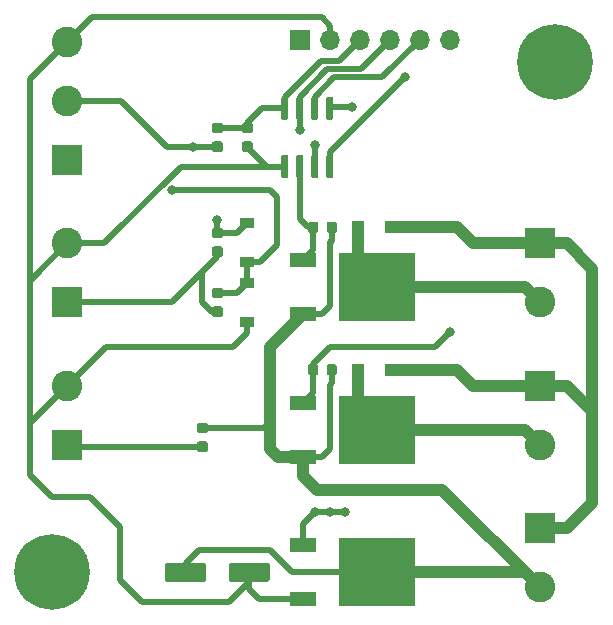
<source format=gbr>
G04 #@! TF.GenerationSoftware,KiCad,Pcbnew,(5.1.5)-3*
G04 #@! TF.CreationDate,2020-06-25T10:52:06+02:00*
G04 #@! TF.ProjectId,VacTool,56616354-6f6f-46c2-9e6b-696361645f70,v0.0*
G04 #@! TF.SameCoordinates,Original*
G04 #@! TF.FileFunction,Copper,L1,Top*
G04 #@! TF.FilePolarity,Positive*
%FSLAX46Y46*%
G04 Gerber Fmt 4.6, Leading zero omitted, Abs format (unit mm)*
G04 Created by KiCad (PCBNEW (5.1.5)-3) date 2020-06-25 10:52:06*
%MOMM*%
%LPD*%
G04 APERTURE LIST*
%ADD10C,2.600000*%
%ADD11R,2.600000X2.600000*%
%ADD12C,0.800000*%
%ADD13C,6.400000*%
%ADD14C,0.100000*%
%ADD15R,6.400000X5.800000*%
%ADD16R,2.200000X1.200000*%
%ADD17O,1.700000X1.700000*%
%ADD18R,1.700000X1.700000*%
%ADD19R,1.100000X1.100000*%
%ADD20R,1.200000X0.900000*%
%ADD21C,1.000000*%
%ADD22C,0.500000*%
G04 APERTURE END LIST*
D10*
X129540000Y-74455000D03*
X129540000Y-79455000D03*
D11*
X129540000Y-84455000D03*
D10*
X169545000Y-108585000D03*
D11*
X169545000Y-103585000D03*
D10*
X129540000Y-91520000D03*
D11*
X129540000Y-96520000D03*
D10*
X129540000Y-103585000D03*
D11*
X129540000Y-108585000D03*
D10*
X169545000Y-96520000D03*
D11*
X169545000Y-91520000D03*
D10*
X169545000Y-120650000D03*
D11*
X169545000Y-115650000D03*
D12*
X172512056Y-74502944D03*
X170815000Y-73800000D03*
X169117944Y-74502944D03*
X168415000Y-76200000D03*
X169117944Y-77897056D03*
X170815000Y-78600000D03*
X172512056Y-77897056D03*
X173215000Y-76200000D03*
D13*
X170815000Y-76200000D03*
D12*
X129967056Y-117682944D03*
X128270000Y-116980000D03*
X126572944Y-117682944D03*
X125870000Y-119380000D03*
X126572944Y-121077056D03*
X128270000Y-121780000D03*
X129967056Y-121077056D03*
X130670000Y-119380000D03*
D13*
X128270000Y-119380000D03*
G04 #@! TA.AperFunction,SMDPad,CuDef*
D14*
G36*
X148119703Y-79100722D02*
G01*
X148134264Y-79102882D01*
X148148543Y-79106459D01*
X148162403Y-79111418D01*
X148175710Y-79117712D01*
X148188336Y-79125280D01*
X148200159Y-79134048D01*
X148211066Y-79143934D01*
X148220952Y-79154841D01*
X148229720Y-79166664D01*
X148237288Y-79179290D01*
X148243582Y-79192597D01*
X148248541Y-79206457D01*
X148252118Y-79220736D01*
X148254278Y-79235297D01*
X148255000Y-79250000D01*
X148255000Y-80900000D01*
X148254278Y-80914703D01*
X148252118Y-80929264D01*
X148248541Y-80943543D01*
X148243582Y-80957403D01*
X148237288Y-80970710D01*
X148229720Y-80983336D01*
X148220952Y-80995159D01*
X148211066Y-81006066D01*
X148200159Y-81015952D01*
X148188336Y-81024720D01*
X148175710Y-81032288D01*
X148162403Y-81038582D01*
X148148543Y-81043541D01*
X148134264Y-81047118D01*
X148119703Y-81049278D01*
X148105000Y-81050000D01*
X147805000Y-81050000D01*
X147790297Y-81049278D01*
X147775736Y-81047118D01*
X147761457Y-81043541D01*
X147747597Y-81038582D01*
X147734290Y-81032288D01*
X147721664Y-81024720D01*
X147709841Y-81015952D01*
X147698934Y-81006066D01*
X147689048Y-80995159D01*
X147680280Y-80983336D01*
X147672712Y-80970710D01*
X147666418Y-80957403D01*
X147661459Y-80943543D01*
X147657882Y-80929264D01*
X147655722Y-80914703D01*
X147655000Y-80900000D01*
X147655000Y-79250000D01*
X147655722Y-79235297D01*
X147657882Y-79220736D01*
X147661459Y-79206457D01*
X147666418Y-79192597D01*
X147672712Y-79179290D01*
X147680280Y-79166664D01*
X147689048Y-79154841D01*
X147698934Y-79143934D01*
X147709841Y-79134048D01*
X147721664Y-79125280D01*
X147734290Y-79117712D01*
X147747597Y-79111418D01*
X147761457Y-79106459D01*
X147775736Y-79102882D01*
X147790297Y-79100722D01*
X147805000Y-79100000D01*
X148105000Y-79100000D01*
X148119703Y-79100722D01*
G37*
G04 #@! TD.AperFunction*
G04 #@! TA.AperFunction,SMDPad,CuDef*
G36*
X149389703Y-79100722D02*
G01*
X149404264Y-79102882D01*
X149418543Y-79106459D01*
X149432403Y-79111418D01*
X149445710Y-79117712D01*
X149458336Y-79125280D01*
X149470159Y-79134048D01*
X149481066Y-79143934D01*
X149490952Y-79154841D01*
X149499720Y-79166664D01*
X149507288Y-79179290D01*
X149513582Y-79192597D01*
X149518541Y-79206457D01*
X149522118Y-79220736D01*
X149524278Y-79235297D01*
X149525000Y-79250000D01*
X149525000Y-80900000D01*
X149524278Y-80914703D01*
X149522118Y-80929264D01*
X149518541Y-80943543D01*
X149513582Y-80957403D01*
X149507288Y-80970710D01*
X149499720Y-80983336D01*
X149490952Y-80995159D01*
X149481066Y-81006066D01*
X149470159Y-81015952D01*
X149458336Y-81024720D01*
X149445710Y-81032288D01*
X149432403Y-81038582D01*
X149418543Y-81043541D01*
X149404264Y-81047118D01*
X149389703Y-81049278D01*
X149375000Y-81050000D01*
X149075000Y-81050000D01*
X149060297Y-81049278D01*
X149045736Y-81047118D01*
X149031457Y-81043541D01*
X149017597Y-81038582D01*
X149004290Y-81032288D01*
X148991664Y-81024720D01*
X148979841Y-81015952D01*
X148968934Y-81006066D01*
X148959048Y-80995159D01*
X148950280Y-80983336D01*
X148942712Y-80970710D01*
X148936418Y-80957403D01*
X148931459Y-80943543D01*
X148927882Y-80929264D01*
X148925722Y-80914703D01*
X148925000Y-80900000D01*
X148925000Y-79250000D01*
X148925722Y-79235297D01*
X148927882Y-79220736D01*
X148931459Y-79206457D01*
X148936418Y-79192597D01*
X148942712Y-79179290D01*
X148950280Y-79166664D01*
X148959048Y-79154841D01*
X148968934Y-79143934D01*
X148979841Y-79134048D01*
X148991664Y-79125280D01*
X149004290Y-79117712D01*
X149017597Y-79111418D01*
X149031457Y-79106459D01*
X149045736Y-79102882D01*
X149060297Y-79100722D01*
X149075000Y-79100000D01*
X149375000Y-79100000D01*
X149389703Y-79100722D01*
G37*
G04 #@! TD.AperFunction*
G04 #@! TA.AperFunction,SMDPad,CuDef*
G36*
X150659703Y-79100722D02*
G01*
X150674264Y-79102882D01*
X150688543Y-79106459D01*
X150702403Y-79111418D01*
X150715710Y-79117712D01*
X150728336Y-79125280D01*
X150740159Y-79134048D01*
X150751066Y-79143934D01*
X150760952Y-79154841D01*
X150769720Y-79166664D01*
X150777288Y-79179290D01*
X150783582Y-79192597D01*
X150788541Y-79206457D01*
X150792118Y-79220736D01*
X150794278Y-79235297D01*
X150795000Y-79250000D01*
X150795000Y-80900000D01*
X150794278Y-80914703D01*
X150792118Y-80929264D01*
X150788541Y-80943543D01*
X150783582Y-80957403D01*
X150777288Y-80970710D01*
X150769720Y-80983336D01*
X150760952Y-80995159D01*
X150751066Y-81006066D01*
X150740159Y-81015952D01*
X150728336Y-81024720D01*
X150715710Y-81032288D01*
X150702403Y-81038582D01*
X150688543Y-81043541D01*
X150674264Y-81047118D01*
X150659703Y-81049278D01*
X150645000Y-81050000D01*
X150345000Y-81050000D01*
X150330297Y-81049278D01*
X150315736Y-81047118D01*
X150301457Y-81043541D01*
X150287597Y-81038582D01*
X150274290Y-81032288D01*
X150261664Y-81024720D01*
X150249841Y-81015952D01*
X150238934Y-81006066D01*
X150229048Y-80995159D01*
X150220280Y-80983336D01*
X150212712Y-80970710D01*
X150206418Y-80957403D01*
X150201459Y-80943543D01*
X150197882Y-80929264D01*
X150195722Y-80914703D01*
X150195000Y-80900000D01*
X150195000Y-79250000D01*
X150195722Y-79235297D01*
X150197882Y-79220736D01*
X150201459Y-79206457D01*
X150206418Y-79192597D01*
X150212712Y-79179290D01*
X150220280Y-79166664D01*
X150229048Y-79154841D01*
X150238934Y-79143934D01*
X150249841Y-79134048D01*
X150261664Y-79125280D01*
X150274290Y-79117712D01*
X150287597Y-79111418D01*
X150301457Y-79106459D01*
X150315736Y-79102882D01*
X150330297Y-79100722D01*
X150345000Y-79100000D01*
X150645000Y-79100000D01*
X150659703Y-79100722D01*
G37*
G04 #@! TD.AperFunction*
G04 #@! TA.AperFunction,SMDPad,CuDef*
G36*
X151929703Y-79100722D02*
G01*
X151944264Y-79102882D01*
X151958543Y-79106459D01*
X151972403Y-79111418D01*
X151985710Y-79117712D01*
X151998336Y-79125280D01*
X152010159Y-79134048D01*
X152021066Y-79143934D01*
X152030952Y-79154841D01*
X152039720Y-79166664D01*
X152047288Y-79179290D01*
X152053582Y-79192597D01*
X152058541Y-79206457D01*
X152062118Y-79220736D01*
X152064278Y-79235297D01*
X152065000Y-79250000D01*
X152065000Y-80900000D01*
X152064278Y-80914703D01*
X152062118Y-80929264D01*
X152058541Y-80943543D01*
X152053582Y-80957403D01*
X152047288Y-80970710D01*
X152039720Y-80983336D01*
X152030952Y-80995159D01*
X152021066Y-81006066D01*
X152010159Y-81015952D01*
X151998336Y-81024720D01*
X151985710Y-81032288D01*
X151972403Y-81038582D01*
X151958543Y-81043541D01*
X151944264Y-81047118D01*
X151929703Y-81049278D01*
X151915000Y-81050000D01*
X151615000Y-81050000D01*
X151600297Y-81049278D01*
X151585736Y-81047118D01*
X151571457Y-81043541D01*
X151557597Y-81038582D01*
X151544290Y-81032288D01*
X151531664Y-81024720D01*
X151519841Y-81015952D01*
X151508934Y-81006066D01*
X151499048Y-80995159D01*
X151490280Y-80983336D01*
X151482712Y-80970710D01*
X151476418Y-80957403D01*
X151471459Y-80943543D01*
X151467882Y-80929264D01*
X151465722Y-80914703D01*
X151465000Y-80900000D01*
X151465000Y-79250000D01*
X151465722Y-79235297D01*
X151467882Y-79220736D01*
X151471459Y-79206457D01*
X151476418Y-79192597D01*
X151482712Y-79179290D01*
X151490280Y-79166664D01*
X151499048Y-79154841D01*
X151508934Y-79143934D01*
X151519841Y-79134048D01*
X151531664Y-79125280D01*
X151544290Y-79117712D01*
X151557597Y-79111418D01*
X151571457Y-79106459D01*
X151585736Y-79102882D01*
X151600297Y-79100722D01*
X151615000Y-79100000D01*
X151915000Y-79100000D01*
X151929703Y-79100722D01*
G37*
G04 #@! TD.AperFunction*
G04 #@! TA.AperFunction,SMDPad,CuDef*
G36*
X151929703Y-84050722D02*
G01*
X151944264Y-84052882D01*
X151958543Y-84056459D01*
X151972403Y-84061418D01*
X151985710Y-84067712D01*
X151998336Y-84075280D01*
X152010159Y-84084048D01*
X152021066Y-84093934D01*
X152030952Y-84104841D01*
X152039720Y-84116664D01*
X152047288Y-84129290D01*
X152053582Y-84142597D01*
X152058541Y-84156457D01*
X152062118Y-84170736D01*
X152064278Y-84185297D01*
X152065000Y-84200000D01*
X152065000Y-85850000D01*
X152064278Y-85864703D01*
X152062118Y-85879264D01*
X152058541Y-85893543D01*
X152053582Y-85907403D01*
X152047288Y-85920710D01*
X152039720Y-85933336D01*
X152030952Y-85945159D01*
X152021066Y-85956066D01*
X152010159Y-85965952D01*
X151998336Y-85974720D01*
X151985710Y-85982288D01*
X151972403Y-85988582D01*
X151958543Y-85993541D01*
X151944264Y-85997118D01*
X151929703Y-85999278D01*
X151915000Y-86000000D01*
X151615000Y-86000000D01*
X151600297Y-85999278D01*
X151585736Y-85997118D01*
X151571457Y-85993541D01*
X151557597Y-85988582D01*
X151544290Y-85982288D01*
X151531664Y-85974720D01*
X151519841Y-85965952D01*
X151508934Y-85956066D01*
X151499048Y-85945159D01*
X151490280Y-85933336D01*
X151482712Y-85920710D01*
X151476418Y-85907403D01*
X151471459Y-85893543D01*
X151467882Y-85879264D01*
X151465722Y-85864703D01*
X151465000Y-85850000D01*
X151465000Y-84200000D01*
X151465722Y-84185297D01*
X151467882Y-84170736D01*
X151471459Y-84156457D01*
X151476418Y-84142597D01*
X151482712Y-84129290D01*
X151490280Y-84116664D01*
X151499048Y-84104841D01*
X151508934Y-84093934D01*
X151519841Y-84084048D01*
X151531664Y-84075280D01*
X151544290Y-84067712D01*
X151557597Y-84061418D01*
X151571457Y-84056459D01*
X151585736Y-84052882D01*
X151600297Y-84050722D01*
X151615000Y-84050000D01*
X151915000Y-84050000D01*
X151929703Y-84050722D01*
G37*
G04 #@! TD.AperFunction*
G04 #@! TA.AperFunction,SMDPad,CuDef*
G36*
X150659703Y-84050722D02*
G01*
X150674264Y-84052882D01*
X150688543Y-84056459D01*
X150702403Y-84061418D01*
X150715710Y-84067712D01*
X150728336Y-84075280D01*
X150740159Y-84084048D01*
X150751066Y-84093934D01*
X150760952Y-84104841D01*
X150769720Y-84116664D01*
X150777288Y-84129290D01*
X150783582Y-84142597D01*
X150788541Y-84156457D01*
X150792118Y-84170736D01*
X150794278Y-84185297D01*
X150795000Y-84200000D01*
X150795000Y-85850000D01*
X150794278Y-85864703D01*
X150792118Y-85879264D01*
X150788541Y-85893543D01*
X150783582Y-85907403D01*
X150777288Y-85920710D01*
X150769720Y-85933336D01*
X150760952Y-85945159D01*
X150751066Y-85956066D01*
X150740159Y-85965952D01*
X150728336Y-85974720D01*
X150715710Y-85982288D01*
X150702403Y-85988582D01*
X150688543Y-85993541D01*
X150674264Y-85997118D01*
X150659703Y-85999278D01*
X150645000Y-86000000D01*
X150345000Y-86000000D01*
X150330297Y-85999278D01*
X150315736Y-85997118D01*
X150301457Y-85993541D01*
X150287597Y-85988582D01*
X150274290Y-85982288D01*
X150261664Y-85974720D01*
X150249841Y-85965952D01*
X150238934Y-85956066D01*
X150229048Y-85945159D01*
X150220280Y-85933336D01*
X150212712Y-85920710D01*
X150206418Y-85907403D01*
X150201459Y-85893543D01*
X150197882Y-85879264D01*
X150195722Y-85864703D01*
X150195000Y-85850000D01*
X150195000Y-84200000D01*
X150195722Y-84185297D01*
X150197882Y-84170736D01*
X150201459Y-84156457D01*
X150206418Y-84142597D01*
X150212712Y-84129290D01*
X150220280Y-84116664D01*
X150229048Y-84104841D01*
X150238934Y-84093934D01*
X150249841Y-84084048D01*
X150261664Y-84075280D01*
X150274290Y-84067712D01*
X150287597Y-84061418D01*
X150301457Y-84056459D01*
X150315736Y-84052882D01*
X150330297Y-84050722D01*
X150345000Y-84050000D01*
X150645000Y-84050000D01*
X150659703Y-84050722D01*
G37*
G04 #@! TD.AperFunction*
G04 #@! TA.AperFunction,SMDPad,CuDef*
G36*
X149389703Y-84050722D02*
G01*
X149404264Y-84052882D01*
X149418543Y-84056459D01*
X149432403Y-84061418D01*
X149445710Y-84067712D01*
X149458336Y-84075280D01*
X149470159Y-84084048D01*
X149481066Y-84093934D01*
X149490952Y-84104841D01*
X149499720Y-84116664D01*
X149507288Y-84129290D01*
X149513582Y-84142597D01*
X149518541Y-84156457D01*
X149522118Y-84170736D01*
X149524278Y-84185297D01*
X149525000Y-84200000D01*
X149525000Y-85850000D01*
X149524278Y-85864703D01*
X149522118Y-85879264D01*
X149518541Y-85893543D01*
X149513582Y-85907403D01*
X149507288Y-85920710D01*
X149499720Y-85933336D01*
X149490952Y-85945159D01*
X149481066Y-85956066D01*
X149470159Y-85965952D01*
X149458336Y-85974720D01*
X149445710Y-85982288D01*
X149432403Y-85988582D01*
X149418543Y-85993541D01*
X149404264Y-85997118D01*
X149389703Y-85999278D01*
X149375000Y-86000000D01*
X149075000Y-86000000D01*
X149060297Y-85999278D01*
X149045736Y-85997118D01*
X149031457Y-85993541D01*
X149017597Y-85988582D01*
X149004290Y-85982288D01*
X148991664Y-85974720D01*
X148979841Y-85965952D01*
X148968934Y-85956066D01*
X148959048Y-85945159D01*
X148950280Y-85933336D01*
X148942712Y-85920710D01*
X148936418Y-85907403D01*
X148931459Y-85893543D01*
X148927882Y-85879264D01*
X148925722Y-85864703D01*
X148925000Y-85850000D01*
X148925000Y-84200000D01*
X148925722Y-84185297D01*
X148927882Y-84170736D01*
X148931459Y-84156457D01*
X148936418Y-84142597D01*
X148942712Y-84129290D01*
X148950280Y-84116664D01*
X148959048Y-84104841D01*
X148968934Y-84093934D01*
X148979841Y-84084048D01*
X148991664Y-84075280D01*
X149004290Y-84067712D01*
X149017597Y-84061418D01*
X149031457Y-84056459D01*
X149045736Y-84052882D01*
X149060297Y-84050722D01*
X149075000Y-84050000D01*
X149375000Y-84050000D01*
X149389703Y-84050722D01*
G37*
G04 #@! TD.AperFunction*
G04 #@! TA.AperFunction,SMDPad,CuDef*
G36*
X148119703Y-84050722D02*
G01*
X148134264Y-84052882D01*
X148148543Y-84056459D01*
X148162403Y-84061418D01*
X148175710Y-84067712D01*
X148188336Y-84075280D01*
X148200159Y-84084048D01*
X148211066Y-84093934D01*
X148220952Y-84104841D01*
X148229720Y-84116664D01*
X148237288Y-84129290D01*
X148243582Y-84142597D01*
X148248541Y-84156457D01*
X148252118Y-84170736D01*
X148254278Y-84185297D01*
X148255000Y-84200000D01*
X148255000Y-85850000D01*
X148254278Y-85864703D01*
X148252118Y-85879264D01*
X148248541Y-85893543D01*
X148243582Y-85907403D01*
X148237288Y-85920710D01*
X148229720Y-85933336D01*
X148220952Y-85945159D01*
X148211066Y-85956066D01*
X148200159Y-85965952D01*
X148188336Y-85974720D01*
X148175710Y-85982288D01*
X148162403Y-85988582D01*
X148148543Y-85993541D01*
X148134264Y-85997118D01*
X148119703Y-85999278D01*
X148105000Y-86000000D01*
X147805000Y-86000000D01*
X147790297Y-85999278D01*
X147775736Y-85997118D01*
X147761457Y-85993541D01*
X147747597Y-85988582D01*
X147734290Y-85982288D01*
X147721664Y-85974720D01*
X147709841Y-85965952D01*
X147698934Y-85956066D01*
X147689048Y-85945159D01*
X147680280Y-85933336D01*
X147672712Y-85920710D01*
X147666418Y-85907403D01*
X147661459Y-85893543D01*
X147657882Y-85879264D01*
X147655722Y-85864703D01*
X147655000Y-85850000D01*
X147655000Y-84200000D01*
X147655722Y-84185297D01*
X147657882Y-84170736D01*
X147661459Y-84156457D01*
X147666418Y-84142597D01*
X147672712Y-84129290D01*
X147680280Y-84116664D01*
X147689048Y-84104841D01*
X147698934Y-84093934D01*
X147709841Y-84084048D01*
X147721664Y-84075280D01*
X147734290Y-84067712D01*
X147747597Y-84061418D01*
X147761457Y-84056459D01*
X147775736Y-84052882D01*
X147790297Y-84050722D01*
X147805000Y-84050000D01*
X148105000Y-84050000D01*
X148119703Y-84050722D01*
G37*
G04 #@! TD.AperFunction*
D15*
X155770000Y-119380000D03*
D16*
X149470000Y-121660000D03*
X149470000Y-117100000D03*
G04 #@! TA.AperFunction,SMDPad,CuDef*
D14*
G36*
X142517691Y-90216053D02*
G01*
X142538926Y-90219203D01*
X142559750Y-90224419D01*
X142579962Y-90231651D01*
X142599368Y-90240830D01*
X142617781Y-90251866D01*
X142635024Y-90264654D01*
X142650930Y-90279070D01*
X142665346Y-90294976D01*
X142678134Y-90312219D01*
X142689170Y-90330632D01*
X142698349Y-90350038D01*
X142705581Y-90370250D01*
X142710797Y-90391074D01*
X142713947Y-90412309D01*
X142715000Y-90433750D01*
X142715000Y-90871250D01*
X142713947Y-90892691D01*
X142710797Y-90913926D01*
X142705581Y-90934750D01*
X142698349Y-90954962D01*
X142689170Y-90974368D01*
X142678134Y-90992781D01*
X142665346Y-91010024D01*
X142650930Y-91025930D01*
X142635024Y-91040346D01*
X142617781Y-91053134D01*
X142599368Y-91064170D01*
X142579962Y-91073349D01*
X142559750Y-91080581D01*
X142538926Y-91085797D01*
X142517691Y-91088947D01*
X142496250Y-91090000D01*
X141983750Y-91090000D01*
X141962309Y-91088947D01*
X141941074Y-91085797D01*
X141920250Y-91080581D01*
X141900038Y-91073349D01*
X141880632Y-91064170D01*
X141862219Y-91053134D01*
X141844976Y-91040346D01*
X141829070Y-91025930D01*
X141814654Y-91010024D01*
X141801866Y-90992781D01*
X141790830Y-90974368D01*
X141781651Y-90954962D01*
X141774419Y-90934750D01*
X141769203Y-90913926D01*
X141766053Y-90892691D01*
X141765000Y-90871250D01*
X141765000Y-90433750D01*
X141766053Y-90412309D01*
X141769203Y-90391074D01*
X141774419Y-90370250D01*
X141781651Y-90350038D01*
X141790830Y-90330632D01*
X141801866Y-90312219D01*
X141814654Y-90294976D01*
X141829070Y-90279070D01*
X141844976Y-90264654D01*
X141862219Y-90251866D01*
X141880632Y-90240830D01*
X141900038Y-90231651D01*
X141920250Y-90224419D01*
X141941074Y-90219203D01*
X141962309Y-90216053D01*
X141983750Y-90215000D01*
X142496250Y-90215000D01*
X142517691Y-90216053D01*
G37*
G04 #@! TD.AperFunction*
G04 #@! TA.AperFunction,SMDPad,CuDef*
G36*
X142517691Y-91791053D02*
G01*
X142538926Y-91794203D01*
X142559750Y-91799419D01*
X142579962Y-91806651D01*
X142599368Y-91815830D01*
X142617781Y-91826866D01*
X142635024Y-91839654D01*
X142650930Y-91854070D01*
X142665346Y-91869976D01*
X142678134Y-91887219D01*
X142689170Y-91905632D01*
X142698349Y-91925038D01*
X142705581Y-91945250D01*
X142710797Y-91966074D01*
X142713947Y-91987309D01*
X142715000Y-92008750D01*
X142715000Y-92446250D01*
X142713947Y-92467691D01*
X142710797Y-92488926D01*
X142705581Y-92509750D01*
X142698349Y-92529962D01*
X142689170Y-92549368D01*
X142678134Y-92567781D01*
X142665346Y-92585024D01*
X142650930Y-92600930D01*
X142635024Y-92615346D01*
X142617781Y-92628134D01*
X142599368Y-92639170D01*
X142579962Y-92648349D01*
X142559750Y-92655581D01*
X142538926Y-92660797D01*
X142517691Y-92663947D01*
X142496250Y-92665000D01*
X141983750Y-92665000D01*
X141962309Y-92663947D01*
X141941074Y-92660797D01*
X141920250Y-92655581D01*
X141900038Y-92648349D01*
X141880632Y-92639170D01*
X141862219Y-92628134D01*
X141844976Y-92615346D01*
X141829070Y-92600930D01*
X141814654Y-92585024D01*
X141801866Y-92567781D01*
X141790830Y-92549368D01*
X141781651Y-92529962D01*
X141774419Y-92509750D01*
X141769203Y-92488926D01*
X141766053Y-92467691D01*
X141765000Y-92446250D01*
X141765000Y-92008750D01*
X141766053Y-91987309D01*
X141769203Y-91966074D01*
X141774419Y-91945250D01*
X141781651Y-91925038D01*
X141790830Y-91905632D01*
X141801866Y-91887219D01*
X141814654Y-91869976D01*
X141829070Y-91854070D01*
X141844976Y-91839654D01*
X141862219Y-91826866D01*
X141880632Y-91815830D01*
X141900038Y-91806651D01*
X141920250Y-91799419D01*
X141941074Y-91794203D01*
X141962309Y-91791053D01*
X141983750Y-91790000D01*
X142496250Y-91790000D01*
X142517691Y-91791053D01*
G37*
G04 #@! TD.AperFunction*
G04 #@! TA.AperFunction,SMDPad,CuDef*
G36*
X142517691Y-96871053D02*
G01*
X142538926Y-96874203D01*
X142559750Y-96879419D01*
X142579962Y-96886651D01*
X142599368Y-96895830D01*
X142617781Y-96906866D01*
X142635024Y-96919654D01*
X142650930Y-96934070D01*
X142665346Y-96949976D01*
X142678134Y-96967219D01*
X142689170Y-96985632D01*
X142698349Y-97005038D01*
X142705581Y-97025250D01*
X142710797Y-97046074D01*
X142713947Y-97067309D01*
X142715000Y-97088750D01*
X142715000Y-97526250D01*
X142713947Y-97547691D01*
X142710797Y-97568926D01*
X142705581Y-97589750D01*
X142698349Y-97609962D01*
X142689170Y-97629368D01*
X142678134Y-97647781D01*
X142665346Y-97665024D01*
X142650930Y-97680930D01*
X142635024Y-97695346D01*
X142617781Y-97708134D01*
X142599368Y-97719170D01*
X142579962Y-97728349D01*
X142559750Y-97735581D01*
X142538926Y-97740797D01*
X142517691Y-97743947D01*
X142496250Y-97745000D01*
X141983750Y-97745000D01*
X141962309Y-97743947D01*
X141941074Y-97740797D01*
X141920250Y-97735581D01*
X141900038Y-97728349D01*
X141880632Y-97719170D01*
X141862219Y-97708134D01*
X141844976Y-97695346D01*
X141829070Y-97680930D01*
X141814654Y-97665024D01*
X141801866Y-97647781D01*
X141790830Y-97629368D01*
X141781651Y-97609962D01*
X141774419Y-97589750D01*
X141769203Y-97568926D01*
X141766053Y-97547691D01*
X141765000Y-97526250D01*
X141765000Y-97088750D01*
X141766053Y-97067309D01*
X141769203Y-97046074D01*
X141774419Y-97025250D01*
X141781651Y-97005038D01*
X141790830Y-96985632D01*
X141801866Y-96967219D01*
X141814654Y-96949976D01*
X141829070Y-96934070D01*
X141844976Y-96919654D01*
X141862219Y-96906866D01*
X141880632Y-96895830D01*
X141900038Y-96886651D01*
X141920250Y-96879419D01*
X141941074Y-96874203D01*
X141962309Y-96871053D01*
X141983750Y-96870000D01*
X142496250Y-96870000D01*
X142517691Y-96871053D01*
G37*
G04 #@! TD.AperFunction*
G04 #@! TA.AperFunction,SMDPad,CuDef*
G36*
X142517691Y-95296053D02*
G01*
X142538926Y-95299203D01*
X142559750Y-95304419D01*
X142579962Y-95311651D01*
X142599368Y-95320830D01*
X142617781Y-95331866D01*
X142635024Y-95344654D01*
X142650930Y-95359070D01*
X142665346Y-95374976D01*
X142678134Y-95392219D01*
X142689170Y-95410632D01*
X142698349Y-95430038D01*
X142705581Y-95450250D01*
X142710797Y-95471074D01*
X142713947Y-95492309D01*
X142715000Y-95513750D01*
X142715000Y-95951250D01*
X142713947Y-95972691D01*
X142710797Y-95993926D01*
X142705581Y-96014750D01*
X142698349Y-96034962D01*
X142689170Y-96054368D01*
X142678134Y-96072781D01*
X142665346Y-96090024D01*
X142650930Y-96105930D01*
X142635024Y-96120346D01*
X142617781Y-96133134D01*
X142599368Y-96144170D01*
X142579962Y-96153349D01*
X142559750Y-96160581D01*
X142538926Y-96165797D01*
X142517691Y-96168947D01*
X142496250Y-96170000D01*
X141983750Y-96170000D01*
X141962309Y-96168947D01*
X141941074Y-96165797D01*
X141920250Y-96160581D01*
X141900038Y-96153349D01*
X141880632Y-96144170D01*
X141862219Y-96133134D01*
X141844976Y-96120346D01*
X141829070Y-96105930D01*
X141814654Y-96090024D01*
X141801866Y-96072781D01*
X141790830Y-96054368D01*
X141781651Y-96034962D01*
X141774419Y-96014750D01*
X141769203Y-95993926D01*
X141766053Y-95972691D01*
X141765000Y-95951250D01*
X141765000Y-95513750D01*
X141766053Y-95492309D01*
X141769203Y-95471074D01*
X141774419Y-95450250D01*
X141781651Y-95430038D01*
X141790830Y-95410632D01*
X141801866Y-95392219D01*
X141814654Y-95374976D01*
X141829070Y-95359070D01*
X141844976Y-95344654D01*
X141862219Y-95331866D01*
X141880632Y-95320830D01*
X141900038Y-95311651D01*
X141920250Y-95304419D01*
X141941074Y-95299203D01*
X141962309Y-95296053D01*
X141983750Y-95295000D01*
X142496250Y-95295000D01*
X142517691Y-95296053D01*
G37*
G04 #@! TD.AperFunction*
G04 #@! TA.AperFunction,SMDPad,CuDef*
G36*
X150582691Y-101761053D02*
G01*
X150603926Y-101764203D01*
X150624750Y-101769419D01*
X150644962Y-101776651D01*
X150664368Y-101785830D01*
X150682781Y-101796866D01*
X150700024Y-101809654D01*
X150715930Y-101824070D01*
X150730346Y-101839976D01*
X150743134Y-101857219D01*
X150754170Y-101875632D01*
X150763349Y-101895038D01*
X150770581Y-101915250D01*
X150775797Y-101936074D01*
X150778947Y-101957309D01*
X150780000Y-101978750D01*
X150780000Y-102491250D01*
X150778947Y-102512691D01*
X150775797Y-102533926D01*
X150770581Y-102554750D01*
X150763349Y-102574962D01*
X150754170Y-102594368D01*
X150743134Y-102612781D01*
X150730346Y-102630024D01*
X150715930Y-102645930D01*
X150700024Y-102660346D01*
X150682781Y-102673134D01*
X150664368Y-102684170D01*
X150644962Y-102693349D01*
X150624750Y-102700581D01*
X150603926Y-102705797D01*
X150582691Y-102708947D01*
X150561250Y-102710000D01*
X150123750Y-102710000D01*
X150102309Y-102708947D01*
X150081074Y-102705797D01*
X150060250Y-102700581D01*
X150040038Y-102693349D01*
X150020632Y-102684170D01*
X150002219Y-102673134D01*
X149984976Y-102660346D01*
X149969070Y-102645930D01*
X149954654Y-102630024D01*
X149941866Y-102612781D01*
X149930830Y-102594368D01*
X149921651Y-102574962D01*
X149914419Y-102554750D01*
X149909203Y-102533926D01*
X149906053Y-102512691D01*
X149905000Y-102491250D01*
X149905000Y-101978750D01*
X149906053Y-101957309D01*
X149909203Y-101936074D01*
X149914419Y-101915250D01*
X149921651Y-101895038D01*
X149930830Y-101875632D01*
X149941866Y-101857219D01*
X149954654Y-101839976D01*
X149969070Y-101824070D01*
X149984976Y-101809654D01*
X150002219Y-101796866D01*
X150020632Y-101785830D01*
X150040038Y-101776651D01*
X150060250Y-101769419D01*
X150081074Y-101764203D01*
X150102309Y-101761053D01*
X150123750Y-101760000D01*
X150561250Y-101760000D01*
X150582691Y-101761053D01*
G37*
G04 #@! TD.AperFunction*
G04 #@! TA.AperFunction,SMDPad,CuDef*
G36*
X152157691Y-101761053D02*
G01*
X152178926Y-101764203D01*
X152199750Y-101769419D01*
X152219962Y-101776651D01*
X152239368Y-101785830D01*
X152257781Y-101796866D01*
X152275024Y-101809654D01*
X152290930Y-101824070D01*
X152305346Y-101839976D01*
X152318134Y-101857219D01*
X152329170Y-101875632D01*
X152338349Y-101895038D01*
X152345581Y-101915250D01*
X152350797Y-101936074D01*
X152353947Y-101957309D01*
X152355000Y-101978750D01*
X152355000Y-102491250D01*
X152353947Y-102512691D01*
X152350797Y-102533926D01*
X152345581Y-102554750D01*
X152338349Y-102574962D01*
X152329170Y-102594368D01*
X152318134Y-102612781D01*
X152305346Y-102630024D01*
X152290930Y-102645930D01*
X152275024Y-102660346D01*
X152257781Y-102673134D01*
X152239368Y-102684170D01*
X152219962Y-102693349D01*
X152199750Y-102700581D01*
X152178926Y-102705797D01*
X152157691Y-102708947D01*
X152136250Y-102710000D01*
X151698750Y-102710000D01*
X151677309Y-102708947D01*
X151656074Y-102705797D01*
X151635250Y-102700581D01*
X151615038Y-102693349D01*
X151595632Y-102684170D01*
X151577219Y-102673134D01*
X151559976Y-102660346D01*
X151544070Y-102645930D01*
X151529654Y-102630024D01*
X151516866Y-102612781D01*
X151505830Y-102594368D01*
X151496651Y-102574962D01*
X151489419Y-102554750D01*
X151484203Y-102533926D01*
X151481053Y-102512691D01*
X151480000Y-102491250D01*
X151480000Y-101978750D01*
X151481053Y-101957309D01*
X151484203Y-101936074D01*
X151489419Y-101915250D01*
X151496651Y-101895038D01*
X151505830Y-101875632D01*
X151516866Y-101857219D01*
X151529654Y-101839976D01*
X151544070Y-101824070D01*
X151559976Y-101809654D01*
X151577219Y-101796866D01*
X151595632Y-101785830D01*
X151615038Y-101776651D01*
X151635250Y-101769419D01*
X151656074Y-101764203D01*
X151677309Y-101761053D01*
X151698750Y-101760000D01*
X152136250Y-101760000D01*
X152157691Y-101761053D01*
G37*
G04 #@! TD.AperFunction*
G04 #@! TA.AperFunction,SMDPad,CuDef*
G36*
X141247691Y-106726053D02*
G01*
X141268926Y-106729203D01*
X141289750Y-106734419D01*
X141309962Y-106741651D01*
X141329368Y-106750830D01*
X141347781Y-106761866D01*
X141365024Y-106774654D01*
X141380930Y-106789070D01*
X141395346Y-106804976D01*
X141408134Y-106822219D01*
X141419170Y-106840632D01*
X141428349Y-106860038D01*
X141435581Y-106880250D01*
X141440797Y-106901074D01*
X141443947Y-106922309D01*
X141445000Y-106943750D01*
X141445000Y-107381250D01*
X141443947Y-107402691D01*
X141440797Y-107423926D01*
X141435581Y-107444750D01*
X141428349Y-107464962D01*
X141419170Y-107484368D01*
X141408134Y-107502781D01*
X141395346Y-107520024D01*
X141380930Y-107535930D01*
X141365024Y-107550346D01*
X141347781Y-107563134D01*
X141329368Y-107574170D01*
X141309962Y-107583349D01*
X141289750Y-107590581D01*
X141268926Y-107595797D01*
X141247691Y-107598947D01*
X141226250Y-107600000D01*
X140713750Y-107600000D01*
X140692309Y-107598947D01*
X140671074Y-107595797D01*
X140650250Y-107590581D01*
X140630038Y-107583349D01*
X140610632Y-107574170D01*
X140592219Y-107563134D01*
X140574976Y-107550346D01*
X140559070Y-107535930D01*
X140544654Y-107520024D01*
X140531866Y-107502781D01*
X140520830Y-107484368D01*
X140511651Y-107464962D01*
X140504419Y-107444750D01*
X140499203Y-107423926D01*
X140496053Y-107402691D01*
X140495000Y-107381250D01*
X140495000Y-106943750D01*
X140496053Y-106922309D01*
X140499203Y-106901074D01*
X140504419Y-106880250D01*
X140511651Y-106860038D01*
X140520830Y-106840632D01*
X140531866Y-106822219D01*
X140544654Y-106804976D01*
X140559070Y-106789070D01*
X140574976Y-106774654D01*
X140592219Y-106761866D01*
X140610632Y-106750830D01*
X140630038Y-106741651D01*
X140650250Y-106734419D01*
X140671074Y-106729203D01*
X140692309Y-106726053D01*
X140713750Y-106725000D01*
X141226250Y-106725000D01*
X141247691Y-106726053D01*
G37*
G04 #@! TD.AperFunction*
G04 #@! TA.AperFunction,SMDPad,CuDef*
G36*
X141247691Y-108301053D02*
G01*
X141268926Y-108304203D01*
X141289750Y-108309419D01*
X141309962Y-108316651D01*
X141329368Y-108325830D01*
X141347781Y-108336866D01*
X141365024Y-108349654D01*
X141380930Y-108364070D01*
X141395346Y-108379976D01*
X141408134Y-108397219D01*
X141419170Y-108415632D01*
X141428349Y-108435038D01*
X141435581Y-108455250D01*
X141440797Y-108476074D01*
X141443947Y-108497309D01*
X141445000Y-108518750D01*
X141445000Y-108956250D01*
X141443947Y-108977691D01*
X141440797Y-108998926D01*
X141435581Y-109019750D01*
X141428349Y-109039962D01*
X141419170Y-109059368D01*
X141408134Y-109077781D01*
X141395346Y-109095024D01*
X141380930Y-109110930D01*
X141365024Y-109125346D01*
X141347781Y-109138134D01*
X141329368Y-109149170D01*
X141309962Y-109158349D01*
X141289750Y-109165581D01*
X141268926Y-109170797D01*
X141247691Y-109173947D01*
X141226250Y-109175000D01*
X140713750Y-109175000D01*
X140692309Y-109173947D01*
X140671074Y-109170797D01*
X140650250Y-109165581D01*
X140630038Y-109158349D01*
X140610632Y-109149170D01*
X140592219Y-109138134D01*
X140574976Y-109125346D01*
X140559070Y-109110930D01*
X140544654Y-109095024D01*
X140531866Y-109077781D01*
X140520830Y-109059368D01*
X140511651Y-109039962D01*
X140504419Y-109019750D01*
X140499203Y-108998926D01*
X140496053Y-108977691D01*
X140495000Y-108956250D01*
X140495000Y-108518750D01*
X140496053Y-108497309D01*
X140499203Y-108476074D01*
X140504419Y-108455250D01*
X140511651Y-108435038D01*
X140520830Y-108415632D01*
X140531866Y-108397219D01*
X140544654Y-108379976D01*
X140559070Y-108364070D01*
X140574976Y-108349654D01*
X140592219Y-108336866D01*
X140610632Y-108325830D01*
X140630038Y-108316651D01*
X140650250Y-108309419D01*
X140671074Y-108304203D01*
X140692309Y-108301053D01*
X140713750Y-108300000D01*
X141226250Y-108300000D01*
X141247691Y-108301053D01*
G37*
G04 #@! TD.AperFunction*
G04 #@! TA.AperFunction,SMDPad,CuDef*
G36*
X150582691Y-89696053D02*
G01*
X150603926Y-89699203D01*
X150624750Y-89704419D01*
X150644962Y-89711651D01*
X150664368Y-89720830D01*
X150682781Y-89731866D01*
X150700024Y-89744654D01*
X150715930Y-89759070D01*
X150730346Y-89774976D01*
X150743134Y-89792219D01*
X150754170Y-89810632D01*
X150763349Y-89830038D01*
X150770581Y-89850250D01*
X150775797Y-89871074D01*
X150778947Y-89892309D01*
X150780000Y-89913750D01*
X150780000Y-90426250D01*
X150778947Y-90447691D01*
X150775797Y-90468926D01*
X150770581Y-90489750D01*
X150763349Y-90509962D01*
X150754170Y-90529368D01*
X150743134Y-90547781D01*
X150730346Y-90565024D01*
X150715930Y-90580930D01*
X150700024Y-90595346D01*
X150682781Y-90608134D01*
X150664368Y-90619170D01*
X150644962Y-90628349D01*
X150624750Y-90635581D01*
X150603926Y-90640797D01*
X150582691Y-90643947D01*
X150561250Y-90645000D01*
X150123750Y-90645000D01*
X150102309Y-90643947D01*
X150081074Y-90640797D01*
X150060250Y-90635581D01*
X150040038Y-90628349D01*
X150020632Y-90619170D01*
X150002219Y-90608134D01*
X149984976Y-90595346D01*
X149969070Y-90580930D01*
X149954654Y-90565024D01*
X149941866Y-90547781D01*
X149930830Y-90529368D01*
X149921651Y-90509962D01*
X149914419Y-90489750D01*
X149909203Y-90468926D01*
X149906053Y-90447691D01*
X149905000Y-90426250D01*
X149905000Y-89913750D01*
X149906053Y-89892309D01*
X149909203Y-89871074D01*
X149914419Y-89850250D01*
X149921651Y-89830038D01*
X149930830Y-89810632D01*
X149941866Y-89792219D01*
X149954654Y-89774976D01*
X149969070Y-89759070D01*
X149984976Y-89744654D01*
X150002219Y-89731866D01*
X150020632Y-89720830D01*
X150040038Y-89711651D01*
X150060250Y-89704419D01*
X150081074Y-89699203D01*
X150102309Y-89696053D01*
X150123750Y-89695000D01*
X150561250Y-89695000D01*
X150582691Y-89696053D01*
G37*
G04 #@! TD.AperFunction*
G04 #@! TA.AperFunction,SMDPad,CuDef*
G36*
X152157691Y-89696053D02*
G01*
X152178926Y-89699203D01*
X152199750Y-89704419D01*
X152219962Y-89711651D01*
X152239368Y-89720830D01*
X152257781Y-89731866D01*
X152275024Y-89744654D01*
X152290930Y-89759070D01*
X152305346Y-89774976D01*
X152318134Y-89792219D01*
X152329170Y-89810632D01*
X152338349Y-89830038D01*
X152345581Y-89850250D01*
X152350797Y-89871074D01*
X152353947Y-89892309D01*
X152355000Y-89913750D01*
X152355000Y-90426250D01*
X152353947Y-90447691D01*
X152350797Y-90468926D01*
X152345581Y-90489750D01*
X152338349Y-90509962D01*
X152329170Y-90529368D01*
X152318134Y-90547781D01*
X152305346Y-90565024D01*
X152290930Y-90580930D01*
X152275024Y-90595346D01*
X152257781Y-90608134D01*
X152239368Y-90619170D01*
X152219962Y-90628349D01*
X152199750Y-90635581D01*
X152178926Y-90640797D01*
X152157691Y-90643947D01*
X152136250Y-90645000D01*
X151698750Y-90645000D01*
X151677309Y-90643947D01*
X151656074Y-90640797D01*
X151635250Y-90635581D01*
X151615038Y-90628349D01*
X151595632Y-90619170D01*
X151577219Y-90608134D01*
X151559976Y-90595346D01*
X151544070Y-90580930D01*
X151529654Y-90565024D01*
X151516866Y-90547781D01*
X151505830Y-90529368D01*
X151496651Y-90509962D01*
X151489419Y-90489750D01*
X151484203Y-90468926D01*
X151481053Y-90447691D01*
X151480000Y-90426250D01*
X151480000Y-89913750D01*
X151481053Y-89892309D01*
X151484203Y-89871074D01*
X151489419Y-89850250D01*
X151496651Y-89830038D01*
X151505830Y-89810632D01*
X151516866Y-89792219D01*
X151529654Y-89774976D01*
X151544070Y-89759070D01*
X151559976Y-89744654D01*
X151577219Y-89731866D01*
X151595632Y-89720830D01*
X151615038Y-89711651D01*
X151635250Y-89704419D01*
X151656074Y-89699203D01*
X151677309Y-89696053D01*
X151698750Y-89695000D01*
X152136250Y-89695000D01*
X152157691Y-89696053D01*
G37*
G04 #@! TD.AperFunction*
D15*
X155770000Y-107315000D03*
D16*
X149470000Y-109595000D03*
X149470000Y-105035000D03*
D15*
X155770000Y-95250000D03*
D16*
X149470000Y-97530000D03*
X149470000Y-92970000D03*
D17*
X161925000Y-74295000D03*
X159385000Y-74295000D03*
X156845000Y-74295000D03*
X154305000Y-74295000D03*
X151765000Y-74295000D03*
D18*
X149225000Y-74295000D03*
D19*
X154175000Y-102235000D03*
X156975000Y-102235000D03*
D20*
X144780000Y-89790000D03*
X144780000Y-93090000D03*
X144780000Y-94870000D03*
X144780000Y-98170000D03*
D19*
X154175000Y-90170000D03*
X156975000Y-90170000D03*
G04 #@! TA.AperFunction,SMDPad,CuDef*
D14*
G36*
X145057691Y-81326053D02*
G01*
X145078926Y-81329203D01*
X145099750Y-81334419D01*
X145119962Y-81341651D01*
X145139368Y-81350830D01*
X145157781Y-81361866D01*
X145175024Y-81374654D01*
X145190930Y-81389070D01*
X145205346Y-81404976D01*
X145218134Y-81422219D01*
X145229170Y-81440632D01*
X145238349Y-81460038D01*
X145245581Y-81480250D01*
X145250797Y-81501074D01*
X145253947Y-81522309D01*
X145255000Y-81543750D01*
X145255000Y-81981250D01*
X145253947Y-82002691D01*
X145250797Y-82023926D01*
X145245581Y-82044750D01*
X145238349Y-82064962D01*
X145229170Y-82084368D01*
X145218134Y-82102781D01*
X145205346Y-82120024D01*
X145190930Y-82135930D01*
X145175024Y-82150346D01*
X145157781Y-82163134D01*
X145139368Y-82174170D01*
X145119962Y-82183349D01*
X145099750Y-82190581D01*
X145078926Y-82195797D01*
X145057691Y-82198947D01*
X145036250Y-82200000D01*
X144523750Y-82200000D01*
X144502309Y-82198947D01*
X144481074Y-82195797D01*
X144460250Y-82190581D01*
X144440038Y-82183349D01*
X144420632Y-82174170D01*
X144402219Y-82163134D01*
X144384976Y-82150346D01*
X144369070Y-82135930D01*
X144354654Y-82120024D01*
X144341866Y-82102781D01*
X144330830Y-82084368D01*
X144321651Y-82064962D01*
X144314419Y-82044750D01*
X144309203Y-82023926D01*
X144306053Y-82002691D01*
X144305000Y-81981250D01*
X144305000Y-81543750D01*
X144306053Y-81522309D01*
X144309203Y-81501074D01*
X144314419Y-81480250D01*
X144321651Y-81460038D01*
X144330830Y-81440632D01*
X144341866Y-81422219D01*
X144354654Y-81404976D01*
X144369070Y-81389070D01*
X144384976Y-81374654D01*
X144402219Y-81361866D01*
X144420632Y-81350830D01*
X144440038Y-81341651D01*
X144460250Y-81334419D01*
X144481074Y-81329203D01*
X144502309Y-81326053D01*
X144523750Y-81325000D01*
X145036250Y-81325000D01*
X145057691Y-81326053D01*
G37*
G04 #@! TD.AperFunction*
G04 #@! TA.AperFunction,SMDPad,CuDef*
G36*
X145057691Y-82901053D02*
G01*
X145078926Y-82904203D01*
X145099750Y-82909419D01*
X145119962Y-82916651D01*
X145139368Y-82925830D01*
X145157781Y-82936866D01*
X145175024Y-82949654D01*
X145190930Y-82964070D01*
X145205346Y-82979976D01*
X145218134Y-82997219D01*
X145229170Y-83015632D01*
X145238349Y-83035038D01*
X145245581Y-83055250D01*
X145250797Y-83076074D01*
X145253947Y-83097309D01*
X145255000Y-83118750D01*
X145255000Y-83556250D01*
X145253947Y-83577691D01*
X145250797Y-83598926D01*
X145245581Y-83619750D01*
X145238349Y-83639962D01*
X145229170Y-83659368D01*
X145218134Y-83677781D01*
X145205346Y-83695024D01*
X145190930Y-83710930D01*
X145175024Y-83725346D01*
X145157781Y-83738134D01*
X145139368Y-83749170D01*
X145119962Y-83758349D01*
X145099750Y-83765581D01*
X145078926Y-83770797D01*
X145057691Y-83773947D01*
X145036250Y-83775000D01*
X144523750Y-83775000D01*
X144502309Y-83773947D01*
X144481074Y-83770797D01*
X144460250Y-83765581D01*
X144440038Y-83758349D01*
X144420632Y-83749170D01*
X144402219Y-83738134D01*
X144384976Y-83725346D01*
X144369070Y-83710930D01*
X144354654Y-83695024D01*
X144341866Y-83677781D01*
X144330830Y-83659368D01*
X144321651Y-83639962D01*
X144314419Y-83619750D01*
X144309203Y-83598926D01*
X144306053Y-83577691D01*
X144305000Y-83556250D01*
X144305000Y-83118750D01*
X144306053Y-83097309D01*
X144309203Y-83076074D01*
X144314419Y-83055250D01*
X144321651Y-83035038D01*
X144330830Y-83015632D01*
X144341866Y-82997219D01*
X144354654Y-82979976D01*
X144369070Y-82964070D01*
X144384976Y-82949654D01*
X144402219Y-82936866D01*
X144420632Y-82925830D01*
X144440038Y-82916651D01*
X144460250Y-82909419D01*
X144481074Y-82904203D01*
X144502309Y-82901053D01*
X144523750Y-82900000D01*
X145036250Y-82900000D01*
X145057691Y-82901053D01*
G37*
G04 #@! TD.AperFunction*
G04 #@! TA.AperFunction,SMDPad,CuDef*
G36*
X142517691Y-81326053D02*
G01*
X142538926Y-81329203D01*
X142559750Y-81334419D01*
X142579962Y-81341651D01*
X142599368Y-81350830D01*
X142617781Y-81361866D01*
X142635024Y-81374654D01*
X142650930Y-81389070D01*
X142665346Y-81404976D01*
X142678134Y-81422219D01*
X142689170Y-81440632D01*
X142698349Y-81460038D01*
X142705581Y-81480250D01*
X142710797Y-81501074D01*
X142713947Y-81522309D01*
X142715000Y-81543750D01*
X142715000Y-81981250D01*
X142713947Y-82002691D01*
X142710797Y-82023926D01*
X142705581Y-82044750D01*
X142698349Y-82064962D01*
X142689170Y-82084368D01*
X142678134Y-82102781D01*
X142665346Y-82120024D01*
X142650930Y-82135930D01*
X142635024Y-82150346D01*
X142617781Y-82163134D01*
X142599368Y-82174170D01*
X142579962Y-82183349D01*
X142559750Y-82190581D01*
X142538926Y-82195797D01*
X142517691Y-82198947D01*
X142496250Y-82200000D01*
X141983750Y-82200000D01*
X141962309Y-82198947D01*
X141941074Y-82195797D01*
X141920250Y-82190581D01*
X141900038Y-82183349D01*
X141880632Y-82174170D01*
X141862219Y-82163134D01*
X141844976Y-82150346D01*
X141829070Y-82135930D01*
X141814654Y-82120024D01*
X141801866Y-82102781D01*
X141790830Y-82084368D01*
X141781651Y-82064962D01*
X141774419Y-82044750D01*
X141769203Y-82023926D01*
X141766053Y-82002691D01*
X141765000Y-81981250D01*
X141765000Y-81543750D01*
X141766053Y-81522309D01*
X141769203Y-81501074D01*
X141774419Y-81480250D01*
X141781651Y-81460038D01*
X141790830Y-81440632D01*
X141801866Y-81422219D01*
X141814654Y-81404976D01*
X141829070Y-81389070D01*
X141844976Y-81374654D01*
X141862219Y-81361866D01*
X141880632Y-81350830D01*
X141900038Y-81341651D01*
X141920250Y-81334419D01*
X141941074Y-81329203D01*
X141962309Y-81326053D01*
X141983750Y-81325000D01*
X142496250Y-81325000D01*
X142517691Y-81326053D01*
G37*
G04 #@! TD.AperFunction*
G04 #@! TA.AperFunction,SMDPad,CuDef*
G36*
X142517691Y-82901053D02*
G01*
X142538926Y-82904203D01*
X142559750Y-82909419D01*
X142579962Y-82916651D01*
X142599368Y-82925830D01*
X142617781Y-82936866D01*
X142635024Y-82949654D01*
X142650930Y-82964070D01*
X142665346Y-82979976D01*
X142678134Y-82997219D01*
X142689170Y-83015632D01*
X142698349Y-83035038D01*
X142705581Y-83055250D01*
X142710797Y-83076074D01*
X142713947Y-83097309D01*
X142715000Y-83118750D01*
X142715000Y-83556250D01*
X142713947Y-83577691D01*
X142710797Y-83598926D01*
X142705581Y-83619750D01*
X142698349Y-83639962D01*
X142689170Y-83659368D01*
X142678134Y-83677781D01*
X142665346Y-83695024D01*
X142650930Y-83710930D01*
X142635024Y-83725346D01*
X142617781Y-83738134D01*
X142599368Y-83749170D01*
X142579962Y-83758349D01*
X142559750Y-83765581D01*
X142538926Y-83770797D01*
X142517691Y-83773947D01*
X142496250Y-83775000D01*
X141983750Y-83775000D01*
X141962309Y-83773947D01*
X141941074Y-83770797D01*
X141920250Y-83765581D01*
X141900038Y-83758349D01*
X141880632Y-83749170D01*
X141862219Y-83738134D01*
X141844976Y-83725346D01*
X141829070Y-83710930D01*
X141814654Y-83695024D01*
X141801866Y-83677781D01*
X141790830Y-83659368D01*
X141781651Y-83639962D01*
X141774419Y-83619750D01*
X141769203Y-83598926D01*
X141766053Y-83577691D01*
X141765000Y-83556250D01*
X141765000Y-83118750D01*
X141766053Y-83097309D01*
X141769203Y-83076074D01*
X141774419Y-83055250D01*
X141781651Y-83035038D01*
X141790830Y-83015632D01*
X141801866Y-82997219D01*
X141814654Y-82979976D01*
X141829070Y-82964070D01*
X141844976Y-82949654D01*
X141862219Y-82936866D01*
X141880632Y-82925830D01*
X141900038Y-82916651D01*
X141920250Y-82909419D01*
X141941074Y-82904203D01*
X141962309Y-82901053D01*
X141983750Y-82900000D01*
X142496250Y-82900000D01*
X142517691Y-82901053D01*
G37*
G04 #@! TD.AperFunction*
G04 #@! TA.AperFunction,SMDPad,CuDef*
G36*
X141064504Y-118581204D02*
G01*
X141088773Y-118584804D01*
X141112571Y-118590765D01*
X141135671Y-118599030D01*
X141157849Y-118609520D01*
X141178893Y-118622133D01*
X141198598Y-118636747D01*
X141216777Y-118653223D01*
X141233253Y-118671402D01*
X141247867Y-118691107D01*
X141260480Y-118712151D01*
X141270970Y-118734329D01*
X141279235Y-118757429D01*
X141285196Y-118781227D01*
X141288796Y-118805496D01*
X141290000Y-118830000D01*
X141290000Y-119930000D01*
X141288796Y-119954504D01*
X141285196Y-119978773D01*
X141279235Y-120002571D01*
X141270970Y-120025671D01*
X141260480Y-120047849D01*
X141247867Y-120068893D01*
X141233253Y-120088598D01*
X141216777Y-120106777D01*
X141198598Y-120123253D01*
X141178893Y-120137867D01*
X141157849Y-120150480D01*
X141135671Y-120160970D01*
X141112571Y-120169235D01*
X141088773Y-120175196D01*
X141064504Y-120178796D01*
X141040000Y-120180000D01*
X138040000Y-120180000D01*
X138015496Y-120178796D01*
X137991227Y-120175196D01*
X137967429Y-120169235D01*
X137944329Y-120160970D01*
X137922151Y-120150480D01*
X137901107Y-120137867D01*
X137881402Y-120123253D01*
X137863223Y-120106777D01*
X137846747Y-120088598D01*
X137832133Y-120068893D01*
X137819520Y-120047849D01*
X137809030Y-120025671D01*
X137800765Y-120002571D01*
X137794804Y-119978773D01*
X137791204Y-119954504D01*
X137790000Y-119930000D01*
X137790000Y-118830000D01*
X137791204Y-118805496D01*
X137794804Y-118781227D01*
X137800765Y-118757429D01*
X137809030Y-118734329D01*
X137819520Y-118712151D01*
X137832133Y-118691107D01*
X137846747Y-118671402D01*
X137863223Y-118653223D01*
X137881402Y-118636747D01*
X137901107Y-118622133D01*
X137922151Y-118609520D01*
X137944329Y-118599030D01*
X137967429Y-118590765D01*
X137991227Y-118584804D01*
X138015496Y-118581204D01*
X138040000Y-118580000D01*
X141040000Y-118580000D01*
X141064504Y-118581204D01*
G37*
G04 #@! TD.AperFunction*
G04 #@! TA.AperFunction,SMDPad,CuDef*
G36*
X146464504Y-118581204D02*
G01*
X146488773Y-118584804D01*
X146512571Y-118590765D01*
X146535671Y-118599030D01*
X146557849Y-118609520D01*
X146578893Y-118622133D01*
X146598598Y-118636747D01*
X146616777Y-118653223D01*
X146633253Y-118671402D01*
X146647867Y-118691107D01*
X146660480Y-118712151D01*
X146670970Y-118734329D01*
X146679235Y-118757429D01*
X146685196Y-118781227D01*
X146688796Y-118805496D01*
X146690000Y-118830000D01*
X146690000Y-119930000D01*
X146688796Y-119954504D01*
X146685196Y-119978773D01*
X146679235Y-120002571D01*
X146670970Y-120025671D01*
X146660480Y-120047849D01*
X146647867Y-120068893D01*
X146633253Y-120088598D01*
X146616777Y-120106777D01*
X146598598Y-120123253D01*
X146578893Y-120137867D01*
X146557849Y-120150480D01*
X146535671Y-120160970D01*
X146512571Y-120169235D01*
X146488773Y-120175196D01*
X146464504Y-120178796D01*
X146440000Y-120180000D01*
X143440000Y-120180000D01*
X143415496Y-120178796D01*
X143391227Y-120175196D01*
X143367429Y-120169235D01*
X143344329Y-120160970D01*
X143322151Y-120150480D01*
X143301107Y-120137867D01*
X143281402Y-120123253D01*
X143263223Y-120106777D01*
X143246747Y-120088598D01*
X143232133Y-120068893D01*
X143219520Y-120047849D01*
X143209030Y-120025671D01*
X143200765Y-120002571D01*
X143194804Y-119978773D01*
X143191204Y-119954504D01*
X143190000Y-119930000D01*
X143190000Y-118830000D01*
X143191204Y-118805496D01*
X143194804Y-118781227D01*
X143200765Y-118757429D01*
X143209030Y-118734329D01*
X143219520Y-118712151D01*
X143232133Y-118691107D01*
X143246747Y-118671402D01*
X143263223Y-118653223D01*
X143281402Y-118636747D01*
X143301107Y-118622133D01*
X143322151Y-118609520D01*
X143344329Y-118599030D01*
X143367429Y-118590765D01*
X143391227Y-118584804D01*
X143415496Y-118581204D01*
X143440000Y-118580000D01*
X146440000Y-118580000D01*
X146464504Y-118581204D01*
G37*
G04 #@! TD.AperFunction*
D12*
X142240000Y-89535000D03*
X150495000Y-83185000D03*
X140182500Y-83337500D03*
X150495000Y-114300000D03*
X151765000Y-114300000D03*
X153035000Y-114300000D03*
X150495000Y-114300000D03*
X149225000Y-81915000D03*
X138430000Y-86995000D03*
X158115000Y-77470000D03*
X161925000Y-99060000D03*
X153670000Y-80010000D03*
D21*
X168275000Y-119380000D02*
X169545000Y-120650000D01*
X155770000Y-119380000D02*
X168275000Y-119380000D01*
X149470000Y-109595000D02*
X149470000Y-111195000D01*
X149470000Y-111195000D02*
X150670000Y-112395000D01*
X149470000Y-97530000D02*
X149470000Y-97545000D01*
X149470000Y-97545000D02*
X146685000Y-100330000D01*
X146685000Y-108910000D02*
X147370000Y-109595000D01*
X147370000Y-109595000D02*
X149470000Y-109595000D01*
D22*
X146685000Y-117475000D02*
X148590000Y-119380000D01*
X148590000Y-119380000D02*
X155770000Y-119380000D01*
X140645000Y-117475000D02*
X146685000Y-117475000D01*
X139540000Y-119380000D02*
X139540000Y-118580000D01*
X139540000Y-118580000D02*
X140645000Y-117475000D01*
X152530022Y-76069978D02*
X150985022Y-76069978D01*
X154305000Y-74295000D02*
X152530022Y-76069978D01*
X147955000Y-79100000D02*
X147955000Y-80075000D01*
X150985022Y-76069978D02*
X147955000Y-79100000D01*
X144780000Y-81762500D02*
X142240000Y-81762500D01*
X144780000Y-81325000D02*
X146050000Y-80055000D01*
X144780000Y-81762500D02*
X144780000Y-81325000D01*
X146070000Y-80075000D02*
X147955000Y-80075000D01*
X146050000Y-80055000D02*
X146070000Y-80075000D01*
X140970000Y-107162500D02*
X146202500Y-107162500D01*
X146202500Y-107162500D02*
X146685000Y-106680000D01*
D21*
X146685000Y-100330000D02*
X146685000Y-106680000D01*
X146685000Y-106680000D02*
X146685000Y-108910000D01*
D22*
X143917500Y-90652500D02*
X144780000Y-89790000D01*
X142240000Y-90652500D02*
X143917500Y-90652500D01*
X151917500Y-90170000D02*
X151917500Y-91287500D01*
X151917500Y-91287500D02*
X151765000Y-91440000D01*
X151070000Y-97530000D02*
X149470000Y-97530000D01*
X151765000Y-96835000D02*
X151070000Y-97530000D01*
X151765000Y-91440000D02*
X151765000Y-96835000D01*
X151917500Y-102235000D02*
X151917500Y-103352500D01*
X151917500Y-103352500D02*
X151765000Y-103505000D01*
X151070000Y-109595000D02*
X149470000Y-109595000D01*
X151765000Y-108900000D02*
X151070000Y-109595000D01*
X151765000Y-103505000D02*
X151765000Y-108900000D01*
X142240000Y-90652500D02*
X142240000Y-89535000D01*
D21*
X161290000Y-112395000D02*
X169545000Y-120650000D01*
X150670000Y-112395000D02*
X161290000Y-112395000D01*
D22*
X144940000Y-119380000D02*
X144940000Y-120810000D01*
X145790000Y-121660000D02*
X149470000Y-121660000D01*
X144940000Y-120810000D02*
X145790000Y-121660000D01*
X146467500Y-85025000D02*
X144780000Y-83337500D01*
X147955000Y-85025000D02*
X146467500Y-85025000D01*
X126365000Y-106760000D02*
X129540000Y-103585000D01*
X126365000Y-111125000D02*
X126365000Y-106760000D01*
X128270000Y-113030000D02*
X126365000Y-111125000D01*
X131445000Y-113030000D02*
X128270000Y-113030000D01*
X133985000Y-115570000D02*
X131445000Y-113030000D01*
X144940000Y-120180000D02*
X143200000Y-121920000D01*
X133985000Y-120015000D02*
X133985000Y-115570000D01*
X143200000Y-121920000D02*
X135890000Y-121920000D01*
X144940000Y-119380000D02*
X144940000Y-120180000D01*
X135890000Y-121920000D02*
X133985000Y-120015000D01*
X126365000Y-77630000D02*
X129540000Y-74455000D01*
X126445000Y-94615000D02*
X129540000Y-91520000D01*
X126365000Y-94615000D02*
X126445000Y-94615000D01*
X126365000Y-106760000D02*
X126365000Y-94615000D01*
X126365000Y-94615000D02*
X126365000Y-77630000D01*
X151765000Y-73092919D02*
X151062081Y-72390000D01*
X151765000Y-74295000D02*
X151765000Y-73092919D01*
X131605000Y-72390000D02*
X129540000Y-74455000D01*
X151062081Y-72390000D02*
X131605000Y-72390000D01*
X144780000Y-99120000D02*
X143570000Y-100330000D01*
X144780000Y-98170000D02*
X144780000Y-99120000D01*
X132795000Y-100330000D02*
X129540000Y-103585000D01*
X143570000Y-100330000D02*
X132795000Y-100330000D01*
X132635000Y-91520000D02*
X131378477Y-91520000D01*
X139130000Y-85025000D02*
X132635000Y-91520000D01*
X147955000Y-85025000D02*
X139130000Y-85025000D01*
X131378477Y-91520000D02*
X129540000Y-91520000D01*
X142240000Y-83337500D02*
X137947500Y-83337500D01*
X134065000Y-79455000D02*
X129540000Y-79455000D01*
X137947500Y-83337500D02*
X134065000Y-79455000D01*
X150495000Y-85025000D02*
X150495000Y-83185000D01*
D21*
X168275000Y-95250000D02*
X169545000Y-96520000D01*
X155770000Y-95250000D02*
X168275000Y-95250000D01*
X154175000Y-93655000D02*
X155770000Y-95250000D01*
X154175000Y-90170000D02*
X154175000Y-93655000D01*
X171845000Y-115650000D02*
X173990000Y-113505000D01*
X169545000Y-115650000D02*
X171845000Y-115650000D01*
X171845000Y-103585000D02*
X169545000Y-103585000D01*
X173990000Y-105730000D02*
X171845000Y-103585000D01*
X173990000Y-113505000D02*
X173990000Y-105730000D01*
X171845000Y-91520000D02*
X169545000Y-91520000D01*
X173990000Y-93665000D02*
X171845000Y-91520000D01*
X173990000Y-105730000D02*
X173990000Y-93665000D01*
X169545000Y-91520000D02*
X163910000Y-91520000D01*
X162560000Y-90170000D02*
X156975000Y-90170000D01*
X163910000Y-91520000D02*
X162560000Y-90170000D01*
X156975000Y-102235000D02*
X162560000Y-102235000D01*
X163910000Y-103585000D02*
X169545000Y-103585000D01*
X162560000Y-102235000D02*
X163910000Y-103585000D01*
D22*
X149470000Y-117100000D02*
X149470000Y-115325000D01*
X149470000Y-115325000D02*
X150495000Y-114300000D01*
X151765000Y-114300000D02*
X150495000Y-114300000D01*
X151765000Y-114300000D02*
X153035000Y-114300000D01*
X149225000Y-80075000D02*
X149225000Y-79100000D01*
X149225000Y-79100000D02*
X151555011Y-76769989D01*
X155995001Y-75144999D02*
X156845000Y-74295000D01*
X151555011Y-76769989D02*
X154370011Y-76769989D01*
X154370011Y-76769989D02*
X155995001Y-75144999D01*
X143917500Y-95732500D02*
X144780000Y-94870000D01*
X142240000Y-95732500D02*
X143917500Y-95732500D01*
X144780000Y-94870000D02*
X144780000Y-93090000D01*
X147320000Y-91650000D02*
X147320000Y-87630000D01*
X144780000Y-93090000D02*
X145880000Y-93090000D01*
X145880000Y-93090000D02*
X147320000Y-91650000D01*
X149225000Y-80075000D02*
X149225000Y-81915000D01*
X146685000Y-86995000D02*
X147320000Y-87630000D01*
X138430000Y-86995000D02*
X146685000Y-86995000D01*
D21*
X168275000Y-107315000D02*
X169545000Y-108585000D01*
X155770000Y-107315000D02*
X168275000Y-107315000D01*
X154175000Y-105720000D02*
X155770000Y-107315000D01*
X154175000Y-102235000D02*
X154175000Y-105720000D01*
D22*
X150495000Y-80075000D02*
X150495000Y-79100000D01*
X150495000Y-79100000D02*
X152125000Y-77470000D01*
X156210000Y-77470000D02*
X159385000Y-74295000D01*
X152125000Y-77470000D02*
X156210000Y-77470000D01*
X151765000Y-85025000D02*
X151765000Y-83820000D01*
X151765000Y-83820000D02*
X158115000Y-77470000D01*
X142240000Y-92665000D02*
X140970000Y-93935000D01*
X142240000Y-92227500D02*
X142240000Y-92665000D01*
X140970000Y-93935000D02*
X140970000Y-96520000D01*
X141757500Y-97307500D02*
X142240000Y-97307500D01*
X140970000Y-96520000D02*
X141757500Y-97307500D01*
X129540000Y-96520000D02*
X138430000Y-96520000D01*
X140970000Y-93980000D02*
X140970000Y-93935000D01*
X138430000Y-96520000D02*
X140970000Y-93980000D01*
X150342500Y-92097500D02*
X149470000Y-92970000D01*
X150342500Y-90170000D02*
X150342500Y-92097500D01*
X149905000Y-90170000D02*
X150342500Y-90170000D01*
X149225000Y-89490000D02*
X149905000Y-90170000D01*
X149225000Y-85025000D02*
X149225000Y-89490000D01*
X150342500Y-104162500D02*
X149470000Y-105035000D01*
X150342500Y-102235000D02*
X150342500Y-104162500D01*
X150342500Y-101760000D02*
X151772500Y-100330000D01*
X150342500Y-102235000D02*
X150342500Y-101760000D01*
X151772500Y-100330000D02*
X160655000Y-100330000D01*
X160655000Y-100330000D02*
X161925000Y-99060000D01*
X151830000Y-80010000D02*
X151765000Y-80075000D01*
X153670000Y-80010000D02*
X151830000Y-80010000D01*
X129692500Y-108737500D02*
X129540000Y-108585000D01*
X140970000Y-108737500D02*
X129692500Y-108737500D01*
M02*

</source>
